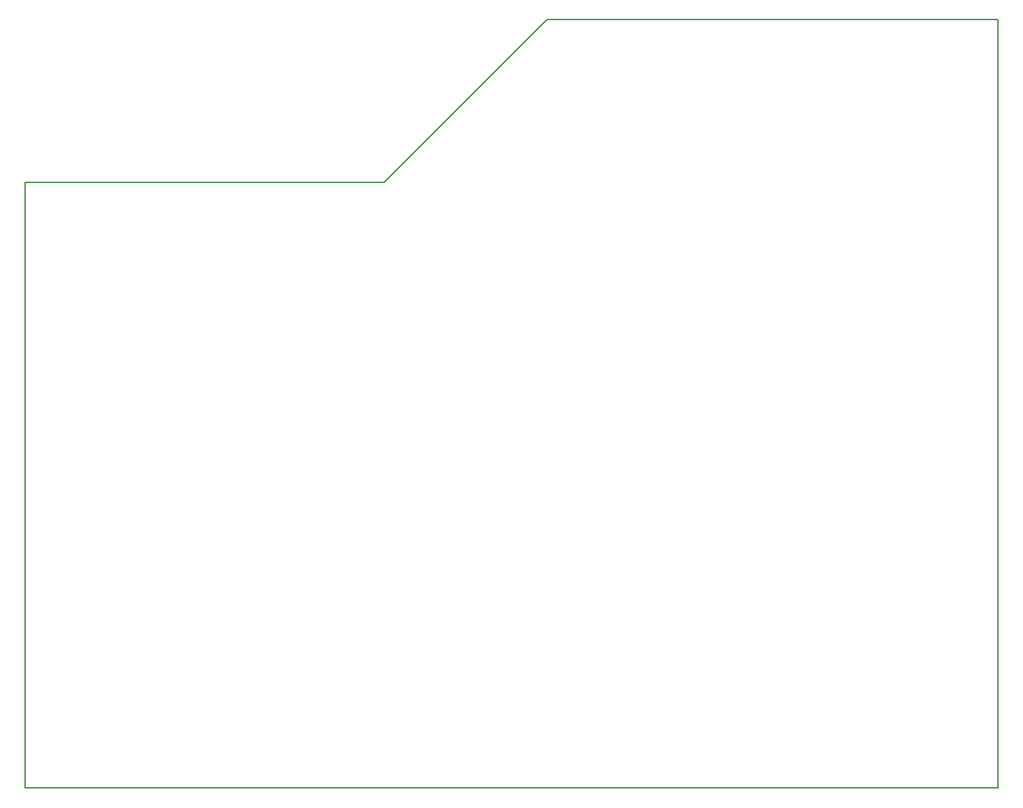
<source format=gbr>
G04 #@! TF.FileFunction,Profile,NP*
%FSLAX46Y46*%
G04 Gerber Fmt 4.6, Leading zero omitted, Abs format (unit mm)*
G04 Created by KiCad (PCBNEW 4.0.7) date 05/28/18 22:28:37*
%MOMM*%
%LPD*%
G01*
G04 APERTURE LIST*
%ADD10C,0.100000*%
%ADD11C,0.150000*%
G04 APERTURE END LIST*
D10*
D11*
X63500000Y-42164000D02*
X19812000Y-42164000D01*
X138176000Y-22352000D02*
X138176000Y-115824000D01*
X136144000Y-22352000D02*
X138176000Y-22352000D01*
X83312000Y-22352000D02*
X136144000Y-22352000D01*
X63500000Y-42164000D02*
X83312000Y-22352000D01*
X19812000Y-115824000D02*
X19812000Y-42164000D01*
X138176000Y-115824000D02*
X19812000Y-115824000D01*
M02*

</source>
